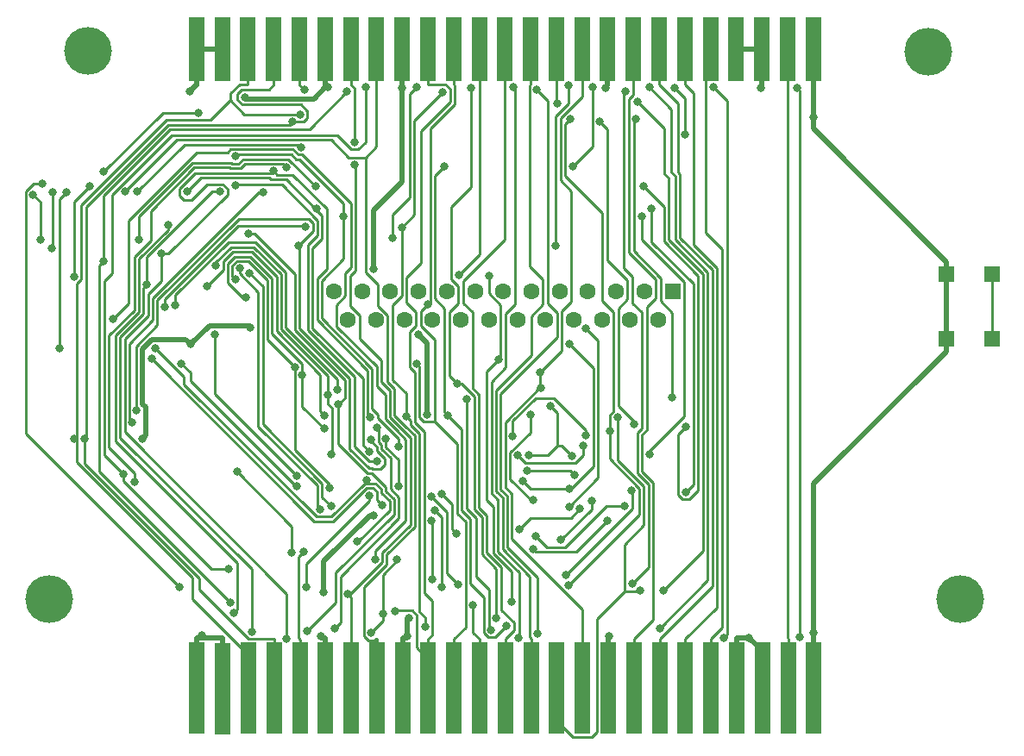
<source format=gbr>
%TF.GenerationSoftware,KiCad,Pcbnew,(6.0.2)*%
%TF.CreationDate,2022-10-23T13:50:21-05:00*%
%TF.ProjectId,REF1451,52454631-3435-4312-9e6b-696361645f70,rev?*%
%TF.SameCoordinates,Original*%
%TF.FileFunction,Copper,L2,Bot*%
%TF.FilePolarity,Positive*%
%FSLAX46Y46*%
G04 Gerber Fmt 4.6, Leading zero omitted, Abs format (unit mm)*
G04 Created by KiCad (PCBNEW (6.0.2)) date 2022-10-23 13:50:21*
%MOMM*%
%LPD*%
G01*
G04 APERTURE LIST*
%TA.AperFunction,NonConductor*%
%ADD10C,0.000001*%
%TD*%
%TA.AperFunction,ComponentPad*%
%ADD11C,4.680000*%
%TD*%
%TA.AperFunction,SMDPad,CuDef*%
%ADD12R,1.530000X6.250000*%
%TD*%
%TA.AperFunction,ComponentPad*%
%ADD13R,1.590000X1.590000*%
%TD*%
%TA.AperFunction,SMDPad,CuDef*%
%ADD14R,1.530000X9.000000*%
%TD*%
%TA.AperFunction,ComponentPad*%
%ADD15R,1.600000X1.600000*%
%TD*%
%TA.AperFunction,ComponentPad*%
%ADD16C,1.600000*%
%TD*%
%TA.AperFunction,ViaPad*%
%ADD17C,0.800000*%
%TD*%
%TA.AperFunction,Conductor*%
%ADD18C,0.250000*%
%TD*%
%TA.AperFunction,Conductor*%
%ADD19C,0.500000*%
%TD*%
G04 APERTURE END LIST*
D10*
X177741200Y-61396700D02*
G75*
G03*
X177741200Y-61396700I0J0D01*
G01*
D11*
%TO.P,Hole4,1*%
%TO.N,N/C*%
X191634000Y-116655000D03*
%TD*%
D12*
%TO.P,J3,26,Pin_1*%
%TO.N,/GND*%
X116659000Y-62620000D03*
%TO.P,J3,27,Pin_2*%
X119177000Y-62620000D03*
%TO.P,J3,28,Pin_3*%
%TO.N,/AD0*%
X121702000Y-62620000D03*
%TO.P,J3,29,Pin_4*%
%TO.N,/AD1*%
X124229000Y-62620000D03*
%TO.P,J3,30,Pin_5*%
%TO.N,/AD2*%
X126748000Y-62620000D03*
%TO.P,J3,31,Pin_6*%
%TO.N,/GND*%
X129267000Y-62620000D03*
%TO.P,J3,32,Pin_7*%
%TO.N,/AD3*%
X131790000Y-62620000D03*
%TO.P,J3,33,Pin_8*%
%TO.N,/ALE_L*%
X134309000Y-62620000D03*
%TO.P,J3,34,Pin_9*%
%TO.N,/VCC*%
X136828000Y-62620000D03*
%TO.P,J3,35,Pin_10*%
%TO.N,/ALE_H*%
X139356000Y-62620000D03*
%TO.P,J3,36,Pin_11*%
%TO.N,/AD4*%
X141881000Y-62620000D03*
%TO.P,J3,37,Pin_12*%
%TO.N,/AD5*%
X144402000Y-62620000D03*
%TO.P,J3,38,Pin_13*%
%TO.N,/12V_Rear*%
X146926000Y-62620000D03*
%TO.P,J3,39,Pin_14*%
%TO.N,/12V_2_Rear*%
X149446000Y-62620000D03*
%TO.P,J3,40,Pin_15*%
%TO.N,/AD6*%
X151966000Y-62620000D03*
%TO.P,J3,41,Pin_16*%
%TO.N,/AD7*%
X154485000Y-62620000D03*
%TO.P,J3,42,Pin_17*%
%TO.N,/VCC*%
X157003000Y-62620000D03*
%TO.P,J3,43,Pin_18*%
%TO.N,/CIC_14*%
X159527000Y-62620000D03*
%TO.P,J3,44,Pin_19*%
%TO.N,/{slash}INT1*%
X162053000Y-62620000D03*
%TO.P,J3,45,Pin_20*%
%TO.N,/{slash}NMI*%
X164571000Y-62620000D03*
%TO.P,J3,46,Pin_21*%
%TO.N,/VIDEO_SYNC*%
X167091000Y-62620000D03*
%TO.P,J3,47,Pin_22*%
%TO.N,/GND*%
X169610000Y-62620000D03*
%TO.P,J3,48,Pin_23*%
X172140000Y-62620000D03*
%TO.P,J3,49,Pin_24*%
%TO.N,/RAUDIO*%
X174666000Y-62620000D03*
%TO.P,J3,50,Pin_25*%
%TO.N,/GND*%
X177185000Y-62620000D03*
%TD*%
D11*
%TO.P,Hole2,1*%
%TO.N,N/C*%
X102177000Y-116610000D03*
%TD*%
%TO.P,Hole1,1*%
%TO.N,N/C*%
X106028000Y-62798000D03*
%TD*%
%TO.P,Hole3,1*%
%TO.N,N/C*%
X188459000Y-62837000D03*
%TD*%
D13*
%TO.P,SW1,1,1*%
%TO.N,/GND*%
X190205000Y-91084000D03*
X190245000Y-84734000D03*
%TO.P,SW1,2,2*%
%TO.N,/Button*%
X194691000Y-91087000D03*
X194730000Y-84735000D03*
%TD*%
D14*
%TO.P,J5,26,Pin_25*%
%TO.N,/GND*%
X116705000Y-125369000D03*
%TO.P,J5,27,Pin_24*%
X119223000Y-125383000D03*
%TO.P,J5,28,Pin_23*%
%TO.N,/AD0*%
X121748000Y-125371000D03*
%TO.P,J5,29,Pin_22*%
%TO.N,/AD1*%
X124275000Y-125365000D03*
%TO.P,J5,30,Pin_21*%
%TO.N,/AD2*%
X126794000Y-125379000D03*
%TO.P,J5,31,Pin_20*%
%TO.N,/GND*%
X129313000Y-125365000D03*
%TO.P,J5,32,Pin_19*%
%TO.N,/AD3*%
X131836000Y-125354000D03*
%TO.P,J5,33,Pin_18*%
%TO.N,/ALE_L*%
X134355000Y-125340000D03*
%TO.P,J5,34,Pin_17*%
%TO.N,/VCC*%
X136874000Y-125368000D03*
%TO.P,J5,35,Pin_16*%
%TO.N,/ALE_H*%
X139402000Y-125368000D03*
%TO.P,J5,36,Pin_15*%
%TO.N,/AD4*%
X141927000Y-125359000D03*
%TO.P,J5,37,Pin_14*%
%TO.N,/AD5*%
X144448000Y-125351000D03*
%TO.P,J5,38,Pin_13*%
%TO.N,/12V_Rear*%
X146972000Y-125335000D03*
%TO.P,J5,39,Pin_12*%
%TO.N,/12V_2_Rear*%
X149492000Y-125308000D03*
%TO.P,J5,40,Pin_11*%
%TO.N,/AD6*%
X152012000Y-125320000D03*
%TO.P,J5,41,Pin_10*%
%TO.N,/AD7*%
X154531000Y-125306000D03*
%TO.P,J5,42,Pin_9*%
%TO.N,/VCC*%
X157049000Y-125372000D03*
%TO.P,J5,43,Pin_8*%
%TO.N,/CIC_14*%
X159573000Y-125366000D03*
%TO.P,J5,44,Pin_7*%
%TO.N,/{slash}INT1*%
X162099000Y-125356000D03*
%TO.P,J5,45,Pin_6*%
%TO.N,/{slash}NMI*%
X164617000Y-125352000D03*
%TO.P,J5,46,Pin_5*%
%TO.N,/VIDEO_SYNC*%
X167137000Y-125337000D03*
%TO.P,J5,47,Pin_4*%
%TO.N,/GND*%
X169656000Y-125337000D03*
%TO.P,J5,48,Pin_3*%
X172186000Y-125321000D03*
%TO.P,J5,49,Pin_2*%
%TO.N,/RAUDIO*%
X174712000Y-125320000D03*
%TO.P,J5,50,Pin_1*%
%TO.N,/GND*%
X177231000Y-125379000D03*
%TD*%
D15*
%TO.P,J1,1,1*%
%TO.N,N/C*%
X163369000Y-86383700D03*
D16*
%TO.P,J1,2,2*%
X160599000Y-86383700D03*
%TO.P,J1,3,3*%
X157829000Y-86383700D03*
%TO.P,J1,4,4*%
X155059000Y-86383700D03*
%TO.P,J1,5,5*%
X152289000Y-86383700D03*
%TO.P,J1,6,6*%
X149519000Y-86383700D03*
%TO.P,J1,7,7*%
X146749000Y-86383700D03*
%TO.P,J1,8,8*%
X143979000Y-86383700D03*
%TO.P,J1,9,9*%
X141209000Y-86383700D03*
%TO.P,J1,10,10*%
X138439000Y-86383700D03*
%TO.P,J1,11,11*%
X135669000Y-86383700D03*
%TO.P,J1,12,12*%
X132899000Y-86383700D03*
%TO.P,J1,13,13*%
X130129000Y-86383700D03*
%TO.P,J1,14,P14*%
X161984000Y-89223700D03*
%TO.P,J1,15,P15*%
X159214000Y-89223700D03*
%TO.P,J1,16,P16*%
X156444000Y-89223700D03*
%TO.P,J1,17,P17*%
X153674000Y-89223700D03*
%TO.P,J1,18,P18*%
X150904000Y-89223700D03*
%TO.P,J1,19,P19*%
X148134000Y-89223700D03*
%TO.P,J1,20,P20*%
X145364000Y-89223700D03*
%TO.P,J1,21,P21*%
X142594000Y-89223700D03*
%TO.P,J1,22,P22*%
X139824000Y-89223700D03*
%TO.P,J1,23,P23*%
X137054000Y-89223700D03*
%TO.P,J1,24,P24*%
X134284000Y-89223700D03*
%TO.P,J1,25,P25*%
X131514000Y-89223700D03*
%TD*%
D17*
%TO.N,/A18*%
X156998700Y-108924100D03*
X149681200Y-111721100D03*
%TO.N,/A16*%
X154285800Y-107745700D03*
X112240800Y-92993500D03*
X134868700Y-107390500D03*
X148339000Y-109717100D03*
%TO.N,/A15*%
X155435400Y-106975600D03*
X139712700Y-108921100D03*
X152413400Y-110799500D03*
X139762400Y-114707400D03*
%TO.N,/A12*%
X134155100Y-112717500D03*
X108473400Y-89078000D03*
X158691800Y-107460100D03*
X149924800Y-110410000D03*
%TO.N,/A7*%
X148634400Y-105017200D03*
X153224600Y-105820800D03*
X153275300Y-91584200D03*
%TO.N,/A6*%
X140727100Y-115432500D03*
X159307700Y-105957300D03*
X152940600Y-114240700D03*
X140042700Y-107902400D03*
%TO.N,/A5*%
X164671500Y-106075700D03*
X128417000Y-78287700D03*
X133622700Y-102117200D03*
X115733600Y-76604900D03*
X161328800Y-78257800D03*
%TO.N,/A4*%
X149075100Y-104022800D03*
X134368600Y-103096200D03*
X120475600Y-75936400D03*
X153736200Y-104410800D03*
%TO.N,/A3*%
X153507000Y-102527800D03*
X151408600Y-97643100D03*
X149288000Y-102515300D03*
%TO.N,/A2*%
X136443400Y-101610100D03*
X160332900Y-79027300D03*
X120465100Y-73135800D03*
X131072800Y-79027300D03*
X116822700Y-68831800D03*
X107546800Y-74652900D03*
X161141800Y-102357500D03*
%TO.N,/A1*%
X135236000Y-100887600D03*
X101476700Y-75809900D03*
X133622700Y-106419400D03*
X148182100Y-102504200D03*
X136462000Y-105554700D03*
X154608500Y-101564700D03*
X114966900Y-115430100D03*
X127410800Y-115430100D03*
%TO.N,/A0*%
X100624500Y-76897900D03*
X101323400Y-81312200D03*
X111012800Y-81312200D03*
X147693000Y-100600100D03*
X128337800Y-76058000D03*
X164663800Y-99692300D03*
X154822100Y-100537700D03*
X160485400Y-76058000D03*
%TO.N,/AD0*%
X126793100Y-69014100D03*
X159633300Y-99409700D03*
X156240200Y-69697300D03*
X104644000Y-100849700D03*
%TO.N,/AD1*%
X105687800Y-100867500D03*
X126079200Y-69745900D03*
X163346100Y-96813900D03*
X159807000Y-69494700D03*
%TO.N,/AD2*%
X153189600Y-115250500D03*
X127251500Y-66618500D03*
X127205100Y-111919300D03*
X153314000Y-69466100D03*
X157211100Y-100103200D03*
%TO.N,/GND*%
X117205200Y-120191300D03*
X121901000Y-89910000D03*
X116063600Y-91588800D03*
X128869500Y-120215400D03*
X139313100Y-98464700D03*
X138443400Y-90609300D03*
X129526100Y-66355100D03*
X111343100Y-100847000D03*
X170876000Y-120386900D03*
X121410400Y-67303400D03*
X177185000Y-69263200D03*
X115970800Y-66786800D03*
X172039600Y-66389700D03*
X177231000Y-119946700D03*
%TO.N,/AD3*%
X132158900Y-71702500D03*
X131517600Y-116128700D03*
X132199300Y-73981000D03*
%TO.N,/AD4*%
X139353700Y-87701100D03*
X138281300Y-93517900D03*
%TO.N,/AD5*%
X145347200Y-84853300D03*
X146268800Y-93095000D03*
X126020000Y-112056700D03*
X120610000Y-104079300D03*
X143804100Y-117183000D03*
X147564700Y-116861000D03*
X142437400Y-84751800D03*
%TO.N,/AD6*%
X159964400Y-67794400D03*
X158010200Y-98768100D03*
X160175900Y-115749400D03*
X162454300Y-115749400D03*
X152057800Y-67894400D03*
%TO.N,/AD7*%
X150434200Y-95847300D03*
X150384900Y-94363300D03*
%TO.N,/Chip_Enable*%
X121527300Y-86972600D03*
X129212100Y-99881400D03*
X127029200Y-94605200D03*
%TO.N,/A10*%
X115174800Y-93501800D03*
X126506700Y-105533400D03*
%TO.N,/Output_Enable*%
X102518800Y-76614300D03*
X129886800Y-102420000D03*
X129502100Y-96577300D03*
X118557600Y-83822900D03*
X102487800Y-82179700D03*
%TO.N,/A11*%
X118461900Y-90589500D03*
X126480400Y-104484300D03*
X140737700Y-106284300D03*
X142179000Y-110171800D03*
%TO.N,/A9*%
X103903700Y-76617400D03*
X103225800Y-91981200D03*
X112616300Y-91981200D03*
X133381000Y-104951800D03*
X132389900Y-110930100D03*
%TO.N,/A8*%
X120475000Y-85242200D03*
X149414400Y-98461400D03*
X106148300Y-76069700D03*
X149706100Y-106919100D03*
X129721000Y-105697700D03*
X126297900Y-93865600D03*
X104618000Y-84915700D03*
%TO.N,/A13*%
X154887000Y-90010000D03*
X121871900Y-84588100D03*
X129856600Y-107495400D03*
X153208900Y-107540000D03*
%TO.N,/A14*%
X120908100Y-84137500D03*
X128769700Y-107800800D03*
%TO.N,/A17*%
X142300400Y-115157500D03*
X139737500Y-106568700D03*
%TO.N,/{slash}write*%
X133793400Y-119934200D03*
X109463100Y-104342100D03*
X136333800Y-112754500D03*
X119798500Y-113694100D03*
X134965200Y-118064700D03*
X133240800Y-66326700D03*
%TO.N,/VCC*%
X134001400Y-84202300D03*
X129121300Y-115938200D03*
X136839400Y-66371800D03*
X137504900Y-118484900D03*
X134060300Y-108382200D03*
X137350000Y-120266600D03*
X157107100Y-120215000D03*
X156771100Y-66427100D03*
%TO.N,/AD8*%
X123192400Y-76640700D03*
X155511100Y-66366300D03*
X147078400Y-119244300D03*
X140955600Y-74107100D03*
X141329400Y-98610000D03*
X153584500Y-74107100D03*
X110332500Y-99238000D03*
%TO.N,/AD9*%
X126681500Y-81884000D03*
X145576400Y-119649300D03*
X133785700Y-100965400D03*
X153188700Y-66194100D03*
X151882400Y-81884000D03*
X110782600Y-98093900D03*
X143131600Y-96983000D03*
%TO.N,/AD10*%
X146091500Y-118445600D03*
X142204900Y-95439200D03*
X143607000Y-66371800D03*
X114588400Y-87757300D03*
X130458400Y-96006000D03*
%TO.N,/AD11*%
X139072600Y-119289900D03*
X137217800Y-98658600D03*
X127356500Y-80025400D03*
X136794100Y-80087300D03*
X140821000Y-66824900D03*
X113572000Y-87931300D03*
%TO.N,/AD12*%
X131437000Y-66760100D03*
X130195500Y-119465800D03*
X119933200Y-116941900D03*
X107487900Y-83405500D03*
X134335400Y-99737100D03*
%TO.N,/AD13*%
X133709100Y-98756100D03*
X113163100Y-82690800D03*
X125516000Y-120484600D03*
X124204100Y-74579200D03*
%TO.N,/AD14*%
X127543500Y-119775400D03*
X121787900Y-80684500D03*
X130588500Y-97481500D03*
%TO.N,/AD15*%
X111798900Y-85735400D03*
X118932500Y-76608500D03*
X129220800Y-98609000D03*
X117725600Y-85855700D03*
X122070700Y-119791600D03*
%TO.N,/ALE_L*%
X109670300Y-76599100D03*
%TO.N,/ALE_H*%
X136133000Y-117805700D03*
%TO.N,/{slash}read_top*%
X138287600Y-66318900D03*
X135856100Y-81123100D03*
%TO.N,/12V_Front*%
X147765800Y-66348900D03*
X148217700Y-120447200D03*
%TO.N,/12V_2_Front*%
X150106700Y-119962600D03*
X150047600Y-66607800D03*
%TO.N,/CIC_15*%
X159450700Y-115050700D03*
X158776700Y-66769100D03*
%TO.N,/CIC_11*%
X162099000Y-119477200D03*
X161080900Y-66360900D03*
%TO.N,/{slash}COLD_RESET*%
X164619800Y-70986000D03*
X125470900Y-74216600D03*
X163615500Y-66378700D03*
X110582300Y-105112800D03*
%TO.N,/EEPROM_DAT*%
X167379300Y-66348300D03*
X168396500Y-120445200D03*
%TO.N,/LAUDIO*%
X175614800Y-66367000D03*
X175886000Y-120369700D03*
%TO.N,/{slash}read_bottom*%
X113847200Y-79840800D03*
X120327200Y-117988700D03*
%TO.N,/Button*%
X126921100Y-72235600D03*
X110865600Y-76542200D03*
%TD*%
D18*
%TO.N,/A18*%
X153941000Y-111981800D02*
X156998700Y-108924100D01*
X149681200Y-111721100D02*
X149941900Y-111981800D01*
X149941900Y-111981800D02*
X153941000Y-111981800D01*
%TO.N,/A16*%
X149436000Y-108620100D02*
X153411400Y-108620100D01*
X134868700Y-107390500D02*
X134347900Y-106869700D01*
X133972700Y-105687000D02*
X133329700Y-105687000D01*
X153411400Y-108620100D02*
X154285800Y-107745700D01*
X148339000Y-109717100D02*
X149436000Y-108620100D01*
X134347900Y-106062200D02*
X133972700Y-105687000D01*
X130040700Y-108976000D02*
X128223300Y-108976000D01*
X133329700Y-105687000D02*
X130040700Y-108976000D01*
X128223300Y-108976000D02*
X112240800Y-92993500D01*
X134347900Y-106869700D02*
X134347900Y-106062200D01*
%TO.N,/A15*%
X139762400Y-108970800D02*
X139712700Y-108921100D01*
X155435400Y-107777500D02*
X155435400Y-106975600D01*
X139762400Y-114707400D02*
X139762400Y-108970800D01*
X152413400Y-110799500D02*
X155435400Y-107777500D01*
%TO.N,/A12*%
X116652300Y-72728800D02*
X119688700Y-72728800D01*
X134155100Y-111917400D02*
X134155100Y-112717500D01*
X126620800Y-72960700D02*
X126990200Y-72960700D01*
X156872600Y-107460100D02*
X152801000Y-111531700D01*
X137187100Y-100942900D02*
X137187100Y-108885400D01*
X136286900Y-100026300D02*
X136286900Y-100042700D01*
X119688700Y-72728800D02*
X120006900Y-72410600D01*
X135184400Y-98923800D02*
X136286900Y-100026300D01*
X126990200Y-72960700D02*
X131817500Y-77788000D01*
X108473400Y-89078000D02*
X109943800Y-87607600D01*
X130383100Y-89835400D02*
X134334200Y-93786500D01*
X131817500Y-84036000D02*
X131254100Y-84599400D01*
X130383100Y-87720700D02*
X130383100Y-89835400D01*
X120006900Y-72410600D02*
X126070700Y-72410600D01*
X131254100Y-84599400D02*
X131254100Y-86849700D01*
X134334200Y-93786500D02*
X134334200Y-95673200D01*
X109943800Y-79437300D02*
X116652300Y-72728800D01*
X135184400Y-96523400D02*
X135184400Y-98923800D01*
X109943800Y-87607600D02*
X109943800Y-79437300D01*
X134334200Y-95673200D02*
X135184400Y-96523400D01*
X131817500Y-77788000D02*
X131817500Y-84036000D01*
X131254100Y-86849700D02*
X130383100Y-87720700D01*
X137187100Y-108885400D02*
X134155100Y-111917400D01*
X158691800Y-107460100D02*
X156872600Y-107460100D01*
X126070700Y-72410600D02*
X126620800Y-72960700D01*
X136286900Y-100042700D02*
X137187100Y-100942900D01*
X151046500Y-111531700D02*
X149924800Y-110410000D01*
X152801000Y-111531700D02*
X151046500Y-111531700D01*
%TO.N,/A7*%
X149437900Y-105820700D02*
X153224600Y-105820700D01*
X153224600Y-105820700D02*
X153224600Y-105820800D01*
X155585600Y-93894500D02*
X153275300Y-91584200D01*
X153224600Y-105820700D02*
X153376400Y-105820700D01*
X153376400Y-105820700D02*
X155585600Y-103611500D01*
X148634400Y-105017200D02*
X149437900Y-105820700D01*
X155585600Y-103611500D02*
X155585600Y-93894500D01*
%TO.N,/A6*%
X140727100Y-108586800D02*
X140727100Y-115432500D01*
X140042700Y-107902400D02*
X140727100Y-108586800D01*
X159425500Y-106075100D02*
X159307700Y-105957300D01*
X152940600Y-114240700D02*
X159425500Y-107755800D01*
X159425500Y-107755800D02*
X159425500Y-106075100D01*
%TO.N,/A5*%
X165430400Y-85659000D02*
X161328800Y-81557400D01*
X123810700Y-75211200D02*
X123991300Y-75391800D01*
X117127300Y-75211200D02*
X123810700Y-75211200D01*
X123991300Y-75391800D02*
X125441100Y-75391800D01*
X161328800Y-81557400D02*
X161328800Y-78257800D01*
X115733600Y-76604900D02*
X117127300Y-75211200D01*
X164671500Y-106075700D02*
X165430400Y-105316800D01*
X132983900Y-101478400D02*
X132983900Y-94982700D01*
X128037800Y-82195900D02*
X128981800Y-81251900D01*
X132983900Y-94982700D02*
X128037800Y-90036600D01*
X128377000Y-78327700D02*
X128417000Y-78287700D01*
X133622700Y-102117200D02*
X132983900Y-101478400D01*
X128037800Y-90036600D02*
X128037800Y-82195900D01*
X165430400Y-105316800D02*
X165430400Y-85659000D01*
X128981800Y-81251900D02*
X128981800Y-78932500D01*
X125441100Y-75391800D02*
X128377000Y-78327700D01*
X128981800Y-78932500D02*
X128377000Y-78327700D01*
%TO.N,/A4*%
X120505200Y-75906800D02*
X120475600Y-75936400D01*
X153348200Y-104022800D02*
X153736200Y-104410800D01*
X133576300Y-103096200D02*
X132140000Y-101659900D01*
X127587700Y-81823000D02*
X128531700Y-80879000D01*
X149075100Y-104022800D02*
X153348200Y-104022800D01*
X132140000Y-101659900D02*
X132140000Y-94775300D01*
X128531700Y-80879000D02*
X128531700Y-79428000D01*
X127587700Y-90223000D02*
X127587700Y-81823000D01*
X125010500Y-75906800D02*
X120505200Y-75906800D01*
X132140000Y-94775300D02*
X127587700Y-90223000D01*
X128531700Y-79428000D02*
X125010500Y-75906800D01*
X134368600Y-103096200D02*
X133576300Y-103096200D01*
%TO.N,/A3*%
X151408600Y-97643100D02*
X152071800Y-98306300D01*
X152071800Y-101544700D02*
X152523900Y-101544700D01*
X151101200Y-102515300D02*
X149288000Y-102515300D01*
X152071800Y-98306300D02*
X152071800Y-101544700D01*
X152523900Y-101544700D02*
X153507000Y-102527800D01*
X152071800Y-101544700D02*
X151101200Y-102515300D01*
%TO.N,/A2*%
X107546800Y-74652900D02*
X113367900Y-68831800D01*
X133884100Y-97905700D02*
X133884100Y-93973000D01*
X135836800Y-100229200D02*
X135836800Y-100212900D01*
X126434300Y-73410800D02*
X125950400Y-72926900D01*
X135836800Y-100212900D02*
X134434200Y-98810300D01*
X134434200Y-98810300D02*
X134434200Y-98455800D01*
X136443400Y-101610100D02*
X136443400Y-100835800D01*
X160332900Y-81269800D02*
X164500500Y-85437400D01*
X136443400Y-100835800D02*
X135836800Y-100229200D01*
X164500500Y-85437400D02*
X164500500Y-98698200D01*
X131072800Y-79027300D02*
X131072800Y-77741000D01*
X131072800Y-83212300D02*
X131072800Y-79027300D01*
X125950400Y-72926900D02*
X120674000Y-72926900D01*
X128947400Y-89036300D02*
X128947400Y-85337700D01*
X113367900Y-68831800D02*
X116822700Y-68831800D01*
X134434200Y-98455800D02*
X133884100Y-97905700D01*
X164500500Y-98698200D02*
X161141800Y-102056900D01*
X161141800Y-102056900D02*
X161141800Y-102357500D01*
X160332900Y-79027300D02*
X160332900Y-81269800D01*
X128947400Y-85337700D02*
X131072800Y-83212300D01*
X133884100Y-93973000D02*
X128947400Y-89036300D01*
X120674000Y-72926900D02*
X120465100Y-73135800D01*
X131072800Y-77741000D02*
X126742600Y-73410800D01*
X126742600Y-73410800D02*
X126434300Y-73410800D01*
%TO.N,/A1*%
X99885600Y-76573100D02*
X99885600Y-100348800D01*
X100648800Y-75809900D02*
X99885600Y-76573100D01*
X135248100Y-100899700D02*
X135236000Y-100887600D01*
X154608500Y-102491900D02*
X153824600Y-103275800D01*
X127410800Y-113147000D02*
X127410800Y-115430100D01*
X101476700Y-75809900D02*
X100648800Y-75809900D01*
X135248100Y-101677000D02*
X135248100Y-100899700D01*
X148953700Y-103275800D02*
X148182100Y-102504200D01*
X99885600Y-100348800D02*
X114966900Y-115430100D01*
X136462000Y-102890900D02*
X135248100Y-101677000D01*
X133622700Y-106419400D02*
X133622700Y-106935100D01*
X133622700Y-106935100D02*
X127410800Y-113147000D01*
X153824600Y-103275800D02*
X148953700Y-103275800D01*
X136462000Y-105554700D02*
X136462000Y-102890900D01*
X154608500Y-101564700D02*
X154608500Y-102491900D01*
%TO.N,/A0*%
X162535400Y-78108000D02*
X160485400Y-76058000D01*
X116233600Y-73784100D02*
X120088000Y-73784100D01*
X120164800Y-73860900D02*
X120765400Y-73860900D01*
X111012800Y-81312200D02*
X111012800Y-79004900D01*
X163914100Y-100442000D02*
X163914100Y-106365300D01*
X163914100Y-106365300D02*
X164353000Y-106804200D01*
X100624500Y-76897900D02*
X101323400Y-77596800D01*
X147693100Y-99126500D02*
X147693100Y-100600100D01*
X162535400Y-81490700D02*
X162535400Y-78108000D01*
X121222400Y-73403900D02*
X125683700Y-73403900D01*
X164663800Y-99692300D02*
X163914100Y-100442000D01*
X151681100Y-96874500D02*
X149945100Y-96874500D01*
X154822100Y-100537700D02*
X154822100Y-100015500D01*
X101323400Y-77596800D02*
X101323400Y-81312200D01*
X120765400Y-73860900D02*
X121222400Y-73403900D01*
X111012800Y-79004900D02*
X116233600Y-73784100D01*
X154822100Y-100015500D02*
X151681100Y-96874500D01*
X164992600Y-106804200D02*
X165882400Y-105914400D01*
X165882400Y-84837700D02*
X162535400Y-81490700D01*
X149945100Y-96874500D02*
X147693100Y-99126500D01*
X164353000Y-106804200D02*
X164992600Y-106804200D01*
X147693100Y-100600100D02*
X147693000Y-100600100D01*
X120088000Y-73784100D02*
X120164800Y-73860900D01*
X125683700Y-73403900D02*
X128337800Y-76058000D01*
X165882400Y-105914400D02*
X165882400Y-84837700D01*
%TO.N,/AD0*%
X113668200Y-69578000D02*
X118048800Y-69578000D01*
X159633300Y-99166000D02*
X158088800Y-97621500D01*
X158088800Y-97621500D02*
X158088800Y-88053300D01*
X118048800Y-69578000D02*
X119990200Y-67636600D01*
X157011000Y-70468100D02*
X156240200Y-69697300D01*
X121748000Y-122124400D02*
X116258200Y-116634600D01*
X105343100Y-85216100D02*
X105343100Y-77903100D01*
X104909600Y-100849700D02*
X104644000Y-100849700D01*
X158088800Y-88053300D02*
X158955000Y-87187100D01*
X104909600Y-85649600D02*
X105343100Y-85216100D01*
X120871300Y-66070100D02*
X119990200Y-66951200D01*
X158955000Y-85271600D02*
X157011000Y-83327600D01*
X104909600Y-100849700D02*
X104909600Y-85649600D01*
X119990200Y-66951200D02*
X119990200Y-67636600D01*
X158955000Y-87187100D02*
X158955000Y-85271600D01*
X121702000Y-62620000D02*
X121702000Y-66070100D01*
X121367700Y-69014100D02*
X126793100Y-69014100D01*
X105343100Y-77903100D02*
X113668200Y-69578000D01*
X119990200Y-67636600D02*
X121367700Y-69014100D01*
X104909600Y-103175800D02*
X104909600Y-100849700D01*
X116258200Y-114524400D02*
X104909600Y-103175800D01*
X157011000Y-83327600D02*
X157011000Y-70468100D01*
X159633300Y-99409700D02*
X159633300Y-99166000D01*
X121748000Y-125371000D02*
X121748000Y-122124400D01*
X116258200Y-116634600D02*
X116258200Y-114524400D01*
X121702000Y-66070100D02*
X120871300Y-66070100D01*
%TO.N,/AD1*%
X162214000Y-87341300D02*
X163346100Y-88473400D01*
X126891500Y-68043800D02*
X127539800Y-68692100D01*
X124275000Y-125365000D02*
X124275000Y-120539900D01*
X120639500Y-67004100D02*
X120639500Y-67564500D01*
X116933300Y-114562900D02*
X105687800Y-103317400D01*
X163346100Y-88473400D02*
X163346100Y-96813900D01*
X125797000Y-70028100D02*
X113854700Y-70028100D01*
X127164000Y-69745900D02*
X126079200Y-69745900D01*
X123740900Y-66558200D02*
X121085400Y-66558200D01*
X105793200Y-100762100D02*
X105687800Y-100867500D01*
X127539800Y-68692100D02*
X127539800Y-69370100D01*
X116933300Y-115706200D02*
X116933300Y-114562900D01*
X159807000Y-69494700D02*
X159576800Y-69724900D01*
X127539800Y-69370100D02*
X127164000Y-69745900D01*
X121767000Y-120539900D02*
X116933300Y-115706200D01*
X105687800Y-103317400D02*
X105687800Y-100867500D01*
X162214000Y-85083700D02*
X162214000Y-87341300D01*
X159576800Y-69724900D02*
X159576800Y-82446500D01*
X124229000Y-66070100D02*
X123740900Y-66558200D01*
X124229000Y-62620000D02*
X124229000Y-66070100D01*
X120639500Y-67564500D02*
X121118800Y-68043800D01*
X124275000Y-120539900D02*
X121767000Y-120539900D01*
X105793200Y-78089600D02*
X105793200Y-100762100D01*
X121085400Y-66558200D02*
X120639500Y-67004100D01*
X159576800Y-82446500D02*
X162214000Y-85083700D01*
X126079200Y-69745900D02*
X125797000Y-70028100D01*
X113854700Y-70028100D02*
X105793200Y-78089600D01*
X121118800Y-68043800D02*
X126891500Y-68043800D01*
%TO.N,/AD2*%
X126794000Y-125379000D02*
X126794000Y-120553900D01*
X126748000Y-62620000D02*
X126748000Y-66115000D01*
X157211100Y-102835300D02*
X157211100Y-100103200D01*
X126685700Y-120445600D02*
X126685700Y-112438700D01*
X157574500Y-88424800D02*
X157574500Y-98178400D01*
X156444000Y-87294300D02*
X157574500Y-88424800D01*
X126748000Y-66115000D02*
X127251500Y-66618500D01*
X153314000Y-69466100D02*
X152841500Y-69938600D01*
X126794000Y-120553900D02*
X126685700Y-120445600D01*
X126685700Y-112438700D02*
X127205100Y-111919300D01*
X157211100Y-98541800D02*
X157211100Y-100103200D01*
X156444000Y-78658100D02*
X156444000Y-87294300D01*
X157574500Y-98178400D02*
X157211100Y-98541800D01*
X152841500Y-75055600D02*
X156444000Y-78658100D01*
X160116500Y-108323600D02*
X160116500Y-105740700D01*
X152841500Y-69938600D02*
X152841500Y-75055600D01*
X160116500Y-105740700D02*
X157211100Y-102835300D01*
X153189600Y-115250500D02*
X160116500Y-108323600D01*
D19*
%TO.N,/GND*%
X177231000Y-105303100D02*
X190205000Y-92329100D01*
X116659000Y-62620000D02*
X116659000Y-66195100D01*
X169656000Y-120386900D02*
X170876000Y-120386900D01*
X172186000Y-121696900D02*
X170876000Y-120386900D01*
X128153400Y-67468700D02*
X121575700Y-67468700D01*
X190245000Y-84734000D02*
X190245000Y-85979100D01*
X129267000Y-62620000D02*
X129267000Y-65614200D01*
X119177000Y-62620000D02*
X116659000Y-62620000D01*
X115970800Y-66786800D02*
X116562500Y-66195100D01*
X121901000Y-89910000D02*
X121730400Y-89739400D01*
X112266600Y-91123900D02*
X115598700Y-91123900D01*
X116562500Y-66195100D02*
X116659000Y-66195100D01*
X172140000Y-62620000D02*
X172140000Y-66195100D01*
X190245000Y-84734000D02*
X190245000Y-83488900D01*
X129069000Y-120414900D02*
X129313000Y-120414900D01*
X177231000Y-119946700D02*
X177231000Y-105303100D01*
X139313100Y-98464700D02*
X139313100Y-91479000D01*
X177185000Y-62620000D02*
X177185000Y-66020000D01*
X177231000Y-125379000D02*
X177231000Y-119946700D01*
X129313000Y-125365000D02*
X129313000Y-120414900D01*
X115598700Y-91123900D02*
X116063600Y-91588800D01*
X117913000Y-89739400D02*
X116063600Y-91588800D01*
X190245000Y-83488900D02*
X177185000Y-70428900D01*
X121730400Y-89739400D02*
X117913000Y-89739400D01*
X190205000Y-91084000D02*
X190205000Y-86019100D01*
X128869500Y-120215400D02*
X129069000Y-120414900D01*
X172186000Y-125321000D02*
X172186000Y-122845900D01*
X169656000Y-125337000D02*
X169656000Y-120386900D01*
X190205000Y-91706500D02*
X190205000Y-92329100D01*
X111343100Y-97452100D02*
X111343100Y-92047400D01*
X177185000Y-70428900D02*
X177185000Y-69263200D01*
X172186000Y-122845900D02*
X172186000Y-121696900D01*
X172039600Y-66389700D02*
X172039600Y-66295500D01*
X129267000Y-66355100D02*
X129267000Y-65614200D01*
X111343100Y-92047400D02*
X112266600Y-91123900D01*
X116705000Y-125369000D02*
X116705000Y-120418900D01*
X190205000Y-91706500D02*
X190205000Y-91084000D01*
X177185000Y-69263200D02*
X177185000Y-66020000D01*
X111343100Y-100847000D02*
X111632700Y-100557400D01*
X121575700Y-67468700D02*
X121410400Y-67303400D01*
X190205000Y-86019100D02*
X190245000Y-85979100D01*
X172140000Y-62620000D02*
X169610000Y-62620000D01*
X139313100Y-91479000D02*
X138443400Y-90609300D01*
X117205200Y-120418900D02*
X117205200Y-120191300D01*
X129267000Y-66355100D02*
X128153400Y-67468700D01*
X119209000Y-120418900D02*
X117205200Y-120418900D01*
X111632700Y-97741700D02*
X111343100Y-97452100D01*
X119223000Y-120432900D02*
X119209000Y-120418900D01*
X111632700Y-100557400D02*
X111632700Y-97741700D01*
X129267000Y-66355100D02*
X129526100Y-66355100D01*
X172039600Y-66295500D02*
X172140000Y-66195100D01*
X117205200Y-120418900D02*
X116705000Y-120418900D01*
X119223000Y-125383000D02*
X119223000Y-120432900D01*
D18*
%TO.N,/AD3*%
X131704200Y-84880300D02*
X132267600Y-84316900D01*
X132267600Y-84316900D02*
X132267600Y-74049300D01*
X134784300Y-95261800D02*
X134784300Y-93153100D01*
X134784300Y-93153100D02*
X132639100Y-91007900D01*
X137637200Y-109297100D02*
X137637200Y-100756400D01*
X131836000Y-120528900D02*
X131836000Y-116447100D01*
X131790000Y-62620000D02*
X131790000Y-66070100D01*
X132172500Y-71688900D02*
X132158900Y-71702500D01*
X135634500Y-98737300D02*
X135634500Y-96112000D01*
X131836000Y-125354000D02*
X131836000Y-120528900D01*
X132639100Y-88757700D02*
X131704200Y-87822800D01*
X132172500Y-66452600D02*
X132172500Y-71688900D01*
X132639100Y-91007900D02*
X132639100Y-88757700D01*
X137637200Y-100756400D02*
X136737000Y-99856200D01*
X131836000Y-116447100D02*
X131517600Y-116128700D01*
X136737000Y-99839800D02*
X135634500Y-98737300D01*
X132267600Y-74049300D02*
X132199300Y-73981000D01*
X136737000Y-99856200D02*
X136737000Y-99839800D01*
X131790000Y-66070100D02*
X132172500Y-66452600D01*
X135634500Y-96112000D02*
X134784300Y-95261800D01*
X131704200Y-87822800D02*
X131704200Y-84880300D01*
X131517600Y-116128700D02*
X131769400Y-116128700D01*
X134880200Y-112054100D02*
X137637200Y-109297100D01*
X131769400Y-116128700D02*
X134880200Y-113017900D01*
X134880200Y-113017900D02*
X134880200Y-112054100D01*
%TO.N,/AD4*%
X139353700Y-87701100D02*
X139577100Y-87477700D01*
X141927000Y-120533900D02*
X143043700Y-119417200D01*
X143043700Y-119417200D02*
X143043700Y-109018600D01*
X142231200Y-101361600D02*
X140064100Y-99194500D01*
X138692200Y-89744000D02*
X138692200Y-88362600D01*
X138692200Y-88362600D02*
X139353700Y-87701100D01*
X142231200Y-108206100D02*
X142231200Y-101361600D01*
X141881000Y-62620000D02*
X141881000Y-66070100D01*
X139577100Y-70404900D02*
X141996200Y-67985800D01*
X143043700Y-109018600D02*
X142231200Y-108206100D01*
X140064100Y-99194500D02*
X140064100Y-91115900D01*
X140064100Y-91115900D02*
X138692200Y-89744000D01*
X141996200Y-67985800D02*
X141996200Y-66185300D01*
X141996200Y-66185300D02*
X141881000Y-66070100D01*
X138537400Y-98772500D02*
X138959400Y-99194500D01*
X139577100Y-87477700D02*
X139577100Y-70404900D01*
X138281300Y-93517900D02*
X138537400Y-93774000D01*
X141927000Y-125359000D02*
X141927000Y-120533900D01*
X138959400Y-99194500D02*
X140064100Y-99194500D01*
X138537400Y-93774000D02*
X138537400Y-98772500D01*
%TO.N,/AD5*%
X144448000Y-125351000D02*
X144448000Y-120525900D01*
X144402000Y-82787200D02*
X144402000Y-62620000D01*
X143804100Y-119882000D02*
X144448000Y-120525900D01*
X142437400Y-84751800D02*
X144402000Y-82787200D01*
X126020000Y-109489300D02*
X120610000Y-104079300D01*
X146268800Y-93095000D02*
X145138700Y-94225100D01*
X145347200Y-86592000D02*
X146491800Y-87736600D01*
X145796200Y-107531900D02*
X145796200Y-112107300D01*
X143804100Y-117183000D02*
X143804100Y-119882000D01*
X145347200Y-84853300D02*
X145347200Y-86592000D01*
X145138700Y-94225100D02*
X145138700Y-106874400D01*
X145796200Y-112107300D02*
X147564700Y-113875800D01*
X146491800Y-92872000D02*
X146268800Y-93095000D01*
X147564700Y-113875800D02*
X147564700Y-116861000D01*
X145138700Y-106874400D02*
X145796200Y-107531900D01*
X146491800Y-87736600D02*
X146491800Y-92872000D01*
X126020000Y-112056700D02*
X126020000Y-109489300D01*
%TO.N,/AD6*%
X162985500Y-75278700D02*
X162535400Y-74828600D01*
X166365600Y-84684300D02*
X162985500Y-81304200D01*
X162535400Y-70365400D02*
X159964400Y-67794400D01*
X166365600Y-111838100D02*
X166365600Y-84684300D01*
X158681200Y-115828900D02*
X155949300Y-118560800D01*
X158681200Y-111249700D02*
X160566600Y-109364300D01*
X162454300Y-115749400D02*
X166365600Y-111838100D01*
X160566600Y-109364300D02*
X160566600Y-105554200D01*
X158681200Y-115828900D02*
X158681200Y-111249700D01*
X162985500Y-81304200D02*
X162985500Y-75278700D01*
X160566600Y-105554200D02*
X158010200Y-102997800D01*
X153566400Y-130131200D02*
X152012000Y-128576800D01*
X155949300Y-129631800D02*
X155449900Y-130131200D01*
X151966000Y-67802600D02*
X152057800Y-67894400D01*
X155449900Y-130131200D02*
X153566400Y-130131200D01*
X160096400Y-115828900D02*
X158681200Y-115828900D01*
X160175900Y-115749400D02*
X160096400Y-115828900D01*
X158010200Y-102997800D02*
X158010200Y-98768100D01*
X155949300Y-118560800D02*
X155949300Y-129631800D01*
X162535400Y-74828600D02*
X162535400Y-70365400D01*
X151966000Y-62620000D02*
X151966000Y-67802600D01*
X152012000Y-128576800D02*
X152012000Y-125320000D01*
%TO.N,/AD7*%
X147596600Y-110683600D02*
X154531000Y-117618000D01*
X154485000Y-67269700D02*
X152391400Y-69363300D01*
X153452700Y-76528200D02*
X153452700Y-87391000D01*
X147596600Y-106293900D02*
X147596600Y-110683600D01*
X152391400Y-75466900D02*
X153452700Y-76528200D01*
X150384900Y-94363300D02*
X150384900Y-95798000D01*
X152523200Y-92225000D02*
X150384900Y-94363300D01*
X152523200Y-88320500D02*
X152523200Y-92225000D01*
X146939100Y-99243800D02*
X146939100Y-105636400D01*
X150384900Y-95798000D02*
X146939100Y-99243800D01*
X154531000Y-117618000D02*
X154531000Y-125306000D01*
X154485000Y-62620000D02*
X154485000Y-67269700D01*
X146939100Y-105636400D02*
X147596600Y-106293900D01*
X152391400Y-69363300D02*
X152391400Y-75466900D01*
X153452700Y-87391000D02*
X152523200Y-88320500D01*
X150384900Y-95798000D02*
X150434200Y-95847300D01*
%TO.N,/Chip_Enable*%
X120421400Y-82962200D02*
X121908300Y-82962200D01*
X121527300Y-86972600D02*
X121180000Y-86972600D01*
X121180000Y-86972600D02*
X119732900Y-85525500D01*
X124052800Y-85106700D02*
X124052800Y-90507700D01*
X124052800Y-90507700D02*
X127029200Y-93484100D01*
X127029200Y-97698500D02*
X129212100Y-99881400D01*
X127029200Y-93484100D02*
X127029200Y-94605200D01*
X119732900Y-83650700D02*
X120421400Y-82962200D01*
X121908300Y-82962200D02*
X124052800Y-85106700D01*
X127029200Y-94605200D02*
X127029200Y-97698500D01*
X119732900Y-85525500D02*
X119732900Y-83650700D01*
%TO.N,/A10*%
X116047500Y-95163700D02*
X116047500Y-94374500D01*
X126417200Y-105533400D02*
X116047500Y-95163700D01*
X126506700Y-105533400D02*
X126417200Y-105533400D01*
X116047500Y-94374500D02*
X115174800Y-93501800D01*
%TO.N,/Output_Enable*%
X130004800Y-102302000D02*
X129886800Y-102420000D01*
X102518800Y-76614300D02*
X102518800Y-82148700D01*
X120048400Y-82062000D02*
X122281300Y-82062000D01*
X102518800Y-82148700D02*
X102487800Y-82179700D01*
X130004800Y-97923300D02*
X130004800Y-102302000D01*
X118557600Y-83822900D02*
X118557600Y-83552800D01*
X124953000Y-84733700D02*
X124953000Y-90134700D01*
X124953000Y-90134700D02*
X129502100Y-94683800D01*
X122281300Y-82062000D02*
X124953000Y-84733700D01*
X129502100Y-94683800D02*
X129502100Y-96577300D01*
X129502100Y-96577300D02*
X129502100Y-97420600D01*
X129502100Y-97420600D02*
X130004800Y-97923300D01*
X118557600Y-83552800D02*
X120048400Y-82062000D01*
%TO.N,/A11*%
X118461900Y-90589500D02*
X118461900Y-96465800D01*
X118461900Y-96465800D02*
X126480400Y-104484300D01*
X141728900Y-107275500D02*
X141728900Y-109721700D01*
X141728900Y-109721700D02*
X142179000Y-110171800D01*
X140737700Y-106284300D02*
X141728900Y-107275500D01*
%TO.N,/A9*%
X132537900Y-110930100D02*
X135593900Y-107874100D01*
X103225800Y-77295300D02*
X103903700Y-76617400D01*
X135593900Y-106985500D02*
X134798000Y-106189600D01*
X134798000Y-105815500D02*
X134218300Y-105235800D01*
X133144300Y-105235800D02*
X133381000Y-105235800D01*
X115438400Y-94803300D02*
X115438400Y-95494900D01*
X132389900Y-110930100D02*
X132537900Y-110930100D01*
X128469400Y-108525900D02*
X129854200Y-108525900D01*
X103225800Y-91981200D02*
X103225800Y-77295300D01*
X115438400Y-95494900D02*
X128469400Y-108525900D01*
X133381000Y-105235800D02*
X133381000Y-104951800D01*
X135593900Y-107874100D02*
X135593900Y-106985500D01*
X129854200Y-108525900D02*
X133144300Y-105235800D01*
X112616300Y-91981200D02*
X115438400Y-94803300D01*
X134798000Y-106189600D02*
X134798000Y-105815500D01*
X134218300Y-105235800D02*
X133381000Y-105235800D01*
%TO.N,/A8*%
X120183000Y-83837200D02*
X120607900Y-83412300D01*
X129721000Y-105697700D02*
X129721000Y-105386700D01*
X149414400Y-98461400D02*
X149414400Y-100242700D01*
X120607900Y-83412300D02*
X121721800Y-83412300D01*
X123602700Y-91170400D02*
X126297900Y-93865600D01*
X120475000Y-85242200D02*
X120183000Y-84950200D01*
X104618000Y-77600000D02*
X106148300Y-76069700D01*
X147419200Y-104844100D02*
X149494200Y-106919100D01*
X121721800Y-83412300D02*
X123602700Y-85293200D01*
X149494200Y-106919100D02*
X149706100Y-106919100D01*
X104618000Y-84915700D02*
X104618000Y-77600000D01*
X120183000Y-84950200D02*
X120183000Y-83837200D01*
X126297900Y-101963600D02*
X126297900Y-93865600D01*
X149414400Y-100242700D02*
X147419200Y-102237900D01*
X123602700Y-85293200D02*
X123602700Y-91170400D01*
X147419200Y-102237900D02*
X147419200Y-104844100D01*
X129721000Y-105386700D02*
X126297900Y-101963600D01*
%TO.N,/A13*%
X153208900Y-107540000D02*
X156055300Y-104693600D01*
X128950600Y-105252900D02*
X128950600Y-106589400D01*
X123152600Y-99454900D02*
X128950600Y-105252900D01*
X121871900Y-84588100D02*
X123152600Y-85868800D01*
X128950600Y-106589400D02*
X129856600Y-107495400D01*
X156055300Y-91178300D02*
X154887000Y-90010000D01*
X123152600Y-85868800D02*
X123152600Y-99454900D01*
X156055300Y-104693600D02*
X156055300Y-91178300D01*
%TO.N,/A14*%
X128500500Y-107531600D02*
X128500500Y-105439400D01*
X128769700Y-107800800D02*
X128500500Y-107531600D01*
X122702500Y-99641400D02*
X122702500Y-86444100D01*
X120908100Y-84649700D02*
X120908100Y-84137500D01*
X128500500Y-105439400D02*
X122702500Y-99641400D01*
X122702500Y-86444100D02*
X120908100Y-84649700D01*
%TO.N,/A17*%
X141240900Y-108072100D02*
X141240900Y-114098000D01*
X141240900Y-114098000D02*
X142300400Y-115157500D01*
X139737500Y-106568700D02*
X141240900Y-108072100D01*
%TO.N,/{slash}write*%
X130466500Y-71060300D02*
X131843500Y-72437300D01*
X109463100Y-105019000D02*
X109463100Y-104342100D01*
X134965200Y-118762400D02*
X133793400Y-119934200D01*
X107581800Y-102460800D02*
X107581800Y-85335400D01*
X118138200Y-113694100D02*
X109463100Y-105019000D01*
X134965200Y-118064700D02*
X134965200Y-118762400D01*
X136333800Y-112837500D02*
X134965200Y-114206100D01*
X131843500Y-72437300D02*
X132518300Y-72437300D01*
X108332200Y-76907500D02*
X114179400Y-71060300D01*
X109463100Y-104342100D02*
X107581800Y-102460800D01*
X133240800Y-71714800D02*
X133240800Y-66326700D01*
X136333800Y-112754500D02*
X136333800Y-112837500D01*
X119798500Y-113694100D02*
X118138200Y-113694100D01*
X132518300Y-72437300D02*
X133240800Y-71714800D01*
X108332200Y-84585000D02*
X108332200Y-76907500D01*
X107581800Y-85335400D02*
X108332200Y-84585000D01*
X134965200Y-114206100D02*
X134965200Y-118064700D01*
X114179400Y-71060300D02*
X130466500Y-71060300D01*
D19*
%TO.N,/VCC*%
X136828000Y-66195100D02*
X136839400Y-66206500D01*
X136874000Y-120417900D02*
X137198700Y-120417900D01*
X157003000Y-62620000D02*
X157003000Y-66195100D01*
X136839400Y-75618600D02*
X134001400Y-78456600D01*
X156771100Y-66427000D02*
X156771100Y-66427100D01*
X136874000Y-125368000D02*
X136874000Y-120417900D01*
X157003000Y-66195100D02*
X156771100Y-66427000D01*
X129121300Y-112919500D02*
X129121300Y-115938200D01*
X133658600Y-108382200D02*
X129121300Y-112919500D01*
X157049000Y-125372000D02*
X157049000Y-120421900D01*
X134001400Y-78456600D02*
X134001400Y-84202300D01*
X136839400Y-66371800D02*
X136839400Y-75618600D01*
X136828000Y-62620000D02*
X136828000Y-66195100D01*
X157107100Y-120363800D02*
X157107100Y-120215000D01*
X137350000Y-120266600D02*
X137350000Y-118639800D01*
X137198700Y-120417900D02*
X137350000Y-120266600D01*
X137350000Y-118639800D02*
X137504900Y-118484900D01*
X136839400Y-66206500D02*
X136839400Y-66371800D01*
X134060300Y-108382200D02*
X133658600Y-108382200D01*
X157049000Y-120421900D02*
X157107100Y-120363800D01*
D18*
%TO.N,/AD8*%
X145948300Y-120374400D02*
X147078400Y-119244300D01*
X140997900Y-98278500D02*
X141329400Y-98610000D01*
X112361500Y-87073700D02*
X122794500Y-76640700D01*
X144851300Y-116411300D02*
X144851300Y-119949600D01*
X145276100Y-120374400D02*
X145948300Y-120374400D01*
X140027300Y-87090800D02*
X140997900Y-88061400D01*
X110057400Y-91516700D02*
X112361500Y-89212600D01*
X155511100Y-66366300D02*
X155511100Y-72180500D01*
X155511100Y-72180500D02*
X153584500Y-74107100D01*
X143545800Y-108750400D02*
X143545800Y-115105800D01*
X140955600Y-74107100D02*
X140027300Y-75035400D01*
X141329400Y-98610000D02*
X142681400Y-99962000D01*
X112361500Y-89212600D02*
X112361500Y-87073700D01*
X144851300Y-119949600D02*
X145276100Y-120374400D01*
X110332500Y-99238000D02*
X110057400Y-98962900D01*
X143545800Y-115105800D02*
X144851300Y-116411300D01*
X140027300Y-75035400D02*
X140027300Y-87090800D01*
X140997900Y-88061400D02*
X140997900Y-98278500D01*
X122794500Y-76640700D02*
X123192400Y-76640700D01*
X142681400Y-99962000D02*
X142681400Y-107886000D01*
X110057400Y-98962900D02*
X110057400Y-91516700D01*
X142681400Y-107886000D02*
X143545800Y-108750400D01*
%TO.N,/AD9*%
X133620100Y-103776600D02*
X131689900Y-101846400D01*
X128081600Y-80483900D02*
X128081600Y-79694100D01*
X134347900Y-102050000D02*
X135093700Y-102795800D01*
X127640500Y-79253000D02*
X120829000Y-79253000D01*
X145366400Y-115653200D02*
X145366400Y-119439300D01*
X112811600Y-89717300D02*
X110726200Y-91802700D01*
X144107100Y-114393900D02*
X145366400Y-115653200D01*
X133785700Y-101099300D02*
X134347900Y-101661500D01*
X134672300Y-103821400D02*
X133912700Y-103821400D01*
X133785700Y-100965400D02*
X133785700Y-101099300D01*
X153188700Y-67929400D02*
X151882400Y-69235700D01*
X120829000Y-79253000D02*
X112811600Y-87270400D01*
X151882400Y-69235700D02*
X151882400Y-81884000D01*
X135093700Y-102795800D02*
X135093700Y-103400000D01*
X143131600Y-96983000D02*
X143131600Y-107699600D01*
X145366400Y-119439300D02*
X145576400Y-119649300D01*
X133867900Y-103776600D02*
X133620100Y-103776600D01*
X143131600Y-107699600D02*
X144107100Y-108675100D01*
X112811600Y-87270400D02*
X112811600Y-89717300D01*
X128081600Y-79694100D02*
X127640500Y-79253000D01*
X134347900Y-101661500D02*
X134347900Y-102050000D01*
X133912700Y-103821400D02*
X133867900Y-103776600D01*
X110726200Y-91802700D02*
X110726200Y-98037500D01*
X126681500Y-81884000D02*
X128081600Y-80483900D01*
X153188700Y-66194100D02*
X153188700Y-67929400D01*
X135093700Y-103400000D02*
X134672300Y-103821400D01*
X110726200Y-98037500D02*
X110782600Y-98093900D01*
X131689900Y-94961800D02*
X126753400Y-90025300D01*
X131689900Y-101846400D02*
X131689900Y-94961800D01*
X126753400Y-90025300D02*
X126753400Y-81955900D01*
X126753400Y-81955900D02*
X126681500Y-81884000D01*
X144107100Y-108675100D02*
X144107100Y-114393900D01*
%TO.N,/AD10*%
X146091500Y-113675800D02*
X146091500Y-118445600D01*
X142204900Y-95439200D02*
X142621300Y-95439200D01*
X141448000Y-94682300D02*
X141448000Y-88440400D01*
X141680800Y-85227100D02*
X141680800Y-78064300D01*
X143920200Y-96738100D02*
X143920200Y-107851600D01*
X142351800Y-85898100D02*
X141680800Y-85227100D01*
X143920200Y-107851600D02*
X144670900Y-108602300D01*
X143607000Y-76138100D02*
X143607000Y-66371800D01*
X144670900Y-112255200D02*
X146091500Y-113675800D01*
X142621300Y-95439200D02*
X143920200Y-96738100D01*
X114588400Y-86766800D02*
X119818100Y-81537100D01*
X119818100Y-81537100D02*
X122418400Y-81537100D01*
X141680800Y-78064300D02*
X143607000Y-76138100D01*
X144670900Y-108602300D02*
X144670900Y-112255200D01*
X130458400Y-95003600D02*
X130458400Y-96006000D01*
X141448000Y-88440400D02*
X142351800Y-87536600D01*
X142351800Y-87536600D02*
X142351800Y-85898100D01*
X114588400Y-87757300D02*
X114588400Y-86766800D01*
X125403200Y-89948400D02*
X130458400Y-95003600D01*
X142204900Y-95439200D02*
X141448000Y-94682300D01*
X122418400Y-81537100D02*
X125403200Y-84521900D01*
X125403200Y-84521900D02*
X125403200Y-89948400D01*
%TO.N,/AD11*%
X139072600Y-118390500D02*
X139072600Y-119289900D01*
X137217800Y-96422100D02*
X135917700Y-95122000D01*
X137637200Y-99483100D02*
X138537400Y-100383300D01*
X136794100Y-80087300D02*
X138014800Y-78866600D01*
X138537400Y-117855300D02*
X139072600Y-118390500D01*
X138537400Y-100383300D02*
X138537400Y-117855300D01*
X138014800Y-69631100D02*
X140821000Y-66824900D01*
X136794100Y-86849700D02*
X136794100Y-80087300D01*
X138014800Y-78866600D02*
X138014800Y-69631100D01*
X113572000Y-87146600D02*
X113572000Y-87931300D01*
X137217800Y-98658600D02*
X137217800Y-96422100D01*
X120762700Y-79955900D02*
X113572000Y-87146600D01*
X127287000Y-79955900D02*
X120762700Y-79955900D01*
X135917700Y-95122000D02*
X135917700Y-87726100D01*
X135917700Y-87726100D02*
X136794100Y-86849700D01*
X127356500Y-80025400D02*
X127287000Y-79955900D01*
X137637200Y-99078000D02*
X137637200Y-99483100D01*
X137217800Y-98658600D02*
X137637200Y-99078000D01*
%TO.N,/AD12*%
X134798000Y-101475000D02*
X134510900Y-101187900D01*
X130792500Y-114376600D02*
X136494100Y-108675000D01*
X114041200Y-70478200D02*
X107487900Y-77031500D01*
X135698200Y-102763800D02*
X134798000Y-101863600D01*
X119933200Y-116926200D02*
X119933200Y-116941900D01*
X134510900Y-101187900D02*
X134510900Y-99912600D01*
X136494100Y-106612500D02*
X135698200Y-105816600D01*
X130195500Y-119465800D02*
X130792500Y-118868800D01*
X107080900Y-104073900D02*
X119933200Y-116926200D01*
X134798000Y-101863600D02*
X134798000Y-101475000D01*
X127718900Y-70478200D02*
X114041200Y-70478200D01*
X130792500Y-118868800D02*
X130792500Y-114376600D01*
X136494100Y-108675000D02*
X136494100Y-106612500D01*
X107487900Y-77031500D02*
X107487900Y-83405500D01*
X107080900Y-83812500D02*
X107080900Y-104073900D01*
X134510900Y-99912600D02*
X134335400Y-99737100D01*
X135698200Y-105816600D02*
X135698200Y-102763800D01*
X131437000Y-66760100D02*
X127718900Y-70478200D01*
X107487900Y-83405500D02*
X107080900Y-83812500D01*
%TO.N,/AD13*%
X126096500Y-74941700D02*
X124566600Y-74941700D01*
X116188700Y-77375000D02*
X115417100Y-77375000D01*
X129431900Y-84216600D02*
X129431900Y-78277100D01*
X124566600Y-74941700D02*
X124204100Y-74579200D01*
X111911400Y-86648500D02*
X113163100Y-85396800D01*
X113163100Y-82690800D02*
X113885900Y-82690800D01*
X128487900Y-89213400D02*
X128487900Y-85160600D01*
X109607300Y-91082300D02*
X111911400Y-88778200D01*
X133434000Y-98481000D02*
X133434000Y-94159500D01*
X113163100Y-85396800D02*
X113163100Y-82690800D01*
X111911400Y-88778200D02*
X111911400Y-86648500D01*
X115417100Y-77375000D02*
X115006500Y-76964400D01*
X125516000Y-116140200D02*
X109607300Y-100231500D01*
X119693000Y-76883700D02*
X119693000Y-76338900D01*
X133709100Y-98756100D02*
X133434000Y-98481000D01*
X124022200Y-74761100D02*
X124204100Y-74579200D01*
X117704300Y-75859400D02*
X116188700Y-77375000D01*
X115006500Y-76964400D02*
X115006500Y-76284400D01*
X115006500Y-76284400D02*
X116529800Y-74761100D01*
X129431900Y-78277100D02*
X126096500Y-74941700D01*
X109607300Y-100231500D02*
X109607300Y-91082300D01*
X128487900Y-85160600D02*
X129431900Y-84216600D01*
X125516000Y-120484600D02*
X125516000Y-116140200D01*
X119693000Y-76338900D02*
X119213500Y-75859400D01*
X116529800Y-74761100D02*
X124022200Y-74761100D01*
X113885900Y-82690800D02*
X119693000Y-76883700D01*
X133434000Y-94159500D02*
X128487900Y-89213400D01*
X119213500Y-75859400D02*
X117704300Y-75859400D01*
%TO.N,/AD14*%
X127543500Y-119775400D02*
X130342400Y-116976500D01*
X126303200Y-84686800D02*
X122300900Y-80684500D01*
X131203600Y-95112100D02*
X126303200Y-90211700D01*
X133890600Y-104271500D02*
X133726200Y-104271500D01*
X122300900Y-80684500D02*
X121787900Y-80684500D01*
X131203600Y-96866400D02*
X131203600Y-95112100D01*
X135248100Y-106003100D02*
X135248100Y-105629000D01*
X130342400Y-116976500D02*
X130342400Y-114003100D01*
X133726200Y-104271500D02*
X133681400Y-104226700D01*
X133433700Y-104226700D02*
X130588500Y-101381500D01*
X136044000Y-108301500D02*
X136044000Y-106799000D01*
X136044000Y-106799000D02*
X135248100Y-106003100D01*
X126303200Y-90211700D02*
X126303200Y-84686800D01*
X133681400Y-104226700D02*
X133433700Y-104226700D01*
X130588500Y-101381500D02*
X130588500Y-97481500D01*
X130342400Y-114003100D02*
X136044000Y-108301500D01*
X135248100Y-105629000D02*
X133890600Y-104271500D01*
X130588500Y-97481500D02*
X131203600Y-96866400D01*
%TO.N,/AD15*%
X109157200Y-100754200D02*
X109157200Y-90895800D01*
X109157200Y-90895800D02*
X111461300Y-88591700D01*
X122094800Y-82512100D02*
X124502900Y-84920200D01*
X119282800Y-83464200D02*
X120234900Y-82512100D01*
X117725600Y-85855700D02*
X119282800Y-84298500D01*
X118932500Y-76608500D02*
X118220100Y-76608500D01*
X120234900Y-82512100D02*
X122094800Y-82512100D01*
X118220100Y-76608500D02*
X111798900Y-83029700D01*
X122070700Y-119791600D02*
X122070700Y-113667700D01*
X111461300Y-86073000D02*
X111798900Y-85735400D01*
X124502900Y-84920200D02*
X124502900Y-90321300D01*
X128777000Y-98165200D02*
X129220800Y-98609000D01*
X124502900Y-90321300D02*
X128777000Y-94595400D01*
X122070700Y-113667700D02*
X109157200Y-100754200D01*
X119282800Y-84298500D02*
X119282800Y-83464200D01*
X111798900Y-83029700D02*
X111798900Y-85735400D01*
X111461300Y-88591700D02*
X111461300Y-86073000D01*
X128777000Y-94595400D02*
X128777000Y-98165200D01*
%TO.N,/ALE_L*%
X133068300Y-115466400D02*
X133068300Y-120234500D01*
X137187100Y-99669700D02*
X138087300Y-100569900D01*
X138087300Y-109483600D02*
X135330300Y-112240600D01*
X135409100Y-95250000D02*
X136084600Y-95925500D01*
X133068300Y-120234500D02*
X133493100Y-120659300D01*
X134355000Y-125340000D02*
X134355000Y-120514900D01*
X134309000Y-72208300D02*
X133269000Y-73248300D01*
X134238200Y-120514900D02*
X134355000Y-120514900D01*
X134485200Y-87833800D02*
X135409100Y-88757700D01*
X136084600Y-95925500D02*
X136084600Y-98550800D01*
X133493100Y-120659300D02*
X134093800Y-120659300D01*
X134309000Y-62620000D02*
X134309000Y-66070100D01*
X135330300Y-113204400D02*
X133068300Y-115466400D01*
X136084600Y-98550800D02*
X137187100Y-99653300D01*
X133269000Y-84495600D02*
X134485100Y-85711700D01*
X114759000Y-71510400D02*
X109670300Y-76599100D01*
X131579100Y-73248300D02*
X129841200Y-71510400D01*
X134485100Y-85711700D02*
X134485100Y-87833800D01*
X133269000Y-73248300D02*
X133269000Y-84495600D01*
X138087300Y-100569900D02*
X138087300Y-109483600D01*
X133269000Y-73248300D02*
X131579100Y-73248300D01*
X134309000Y-66070100D02*
X134309000Y-72208300D01*
X134093800Y-120659300D02*
X134238200Y-120514900D01*
X134485100Y-87833800D02*
X134485200Y-87833800D01*
X129841200Y-71510400D02*
X114759000Y-71510400D01*
X135409100Y-88757700D02*
X135409100Y-95250000D01*
X135330300Y-112240600D02*
X135330300Y-113204400D01*
X137187100Y-99653300D02*
X137187100Y-99669700D01*
%TO.N,/ALE_H*%
X139797700Y-116801500D02*
X138987500Y-115991300D01*
X137266100Y-85046400D02*
X138716100Y-83596400D01*
X139402000Y-125368000D02*
X139402000Y-122955400D01*
X137556200Y-90381900D02*
X138185200Y-89752900D01*
X141546100Y-67799300D02*
X141546100Y-66524500D01*
X138716100Y-83596400D02*
X138716100Y-70629300D01*
X137266100Y-87506400D02*
X137266100Y-85046400D01*
X138087300Y-99296600D02*
X138087300Y-94349300D01*
X136184800Y-117753900D02*
X136133000Y-117805700D01*
X138087300Y-94349300D02*
X137556200Y-93818200D01*
X137556200Y-93818200D02*
X137556200Y-90381900D01*
X139402000Y-122557800D02*
X139402000Y-120542900D01*
X138716100Y-70629300D02*
X141546100Y-67799300D01*
X139356000Y-62620000D02*
X139356000Y-66070100D01*
X139402000Y-122955400D02*
X139402000Y-122557800D01*
X138230000Y-118184500D02*
X137799400Y-117753900D01*
X138185200Y-89752900D02*
X138185200Y-88425500D01*
X141091700Y-66070100D02*
X139356000Y-66070100D01*
X139797700Y-120147200D02*
X139797700Y-116801500D01*
X138987500Y-115991300D02*
X138987500Y-100196800D01*
X137799400Y-117753900D02*
X136184800Y-117753900D01*
X139402000Y-122557800D02*
X138230000Y-121385800D01*
X138230000Y-121385800D02*
X138230000Y-118184500D01*
X138987500Y-100196800D02*
X138087300Y-99296600D01*
X141546100Y-66524500D02*
X141091700Y-66070100D01*
X138185200Y-88425500D02*
X137266100Y-87506400D01*
X139402000Y-120542900D02*
X139797700Y-120147200D01*
%TO.N,/12V_Rear*%
X146554900Y-117695300D02*
X147803500Y-118943900D01*
X147803500Y-119678400D02*
X146972000Y-120509900D01*
X142853800Y-87554100D02*
X143725600Y-88425900D01*
X146554900Y-113502600D02*
X146554900Y-117695300D01*
X146926000Y-62620000D02*
X146926000Y-66070100D01*
X145121000Y-112068700D02*
X146554900Y-113502600D01*
X146926000Y-81288700D02*
X142853800Y-85360900D01*
X143725600Y-88425900D02*
X143725600Y-95906900D01*
X143725600Y-95906900D02*
X144370400Y-96551700D01*
X146972000Y-125335000D02*
X146972000Y-120509900D01*
X144370400Y-107665100D02*
X145121000Y-108415700D01*
X144370400Y-96551700D02*
X144370400Y-107665100D01*
X147803500Y-118943900D02*
X147803500Y-119678400D01*
X145121000Y-108415700D02*
X145121000Y-112068700D01*
X146926000Y-66070100D02*
X146926000Y-81288700D01*
X142853800Y-85360900D02*
X142853800Y-87554100D01*
%TO.N,/12V_2_Rear*%
X149322500Y-83911900D02*
X150648800Y-85238200D01*
X149519000Y-88808700D02*
X149519000Y-92628100D01*
X146038900Y-96108200D02*
X146038900Y-106009400D01*
X149519000Y-92628100D02*
X146038900Y-96108200D01*
X149446000Y-62620000D02*
X149446000Y-66070100D01*
X146696400Y-106666900D02*
X146696400Y-111734300D01*
X149381500Y-114419400D02*
X149381500Y-120372400D01*
X150648800Y-85238200D02*
X150648800Y-87678900D01*
X150648800Y-87678900D02*
X149519000Y-88808700D01*
X149322500Y-66193600D02*
X149322500Y-83911900D01*
X149446000Y-66070100D02*
X149322500Y-66193600D01*
X149492000Y-125308000D02*
X149492000Y-120482900D01*
X146038900Y-106009400D02*
X146696400Y-106666900D01*
X149381500Y-120372400D02*
X149492000Y-120482900D01*
X146696400Y-111734300D02*
X149381500Y-114419400D01*
%TO.N,/CIC_14*%
X161734000Y-85240400D02*
X159070500Y-82576900D01*
X159070500Y-67500800D02*
X159527000Y-67044300D01*
X159527000Y-67044300D02*
X159527000Y-66070100D01*
X160831800Y-100018300D02*
X160831800Y-87939000D01*
X160386500Y-104100800D02*
X160386500Y-100463600D01*
X159573000Y-120540900D02*
X161466800Y-118647100D01*
X160386500Y-100463600D02*
X160831800Y-100018300D01*
X159070500Y-82576900D02*
X159070500Y-67500800D01*
X161466800Y-105181100D02*
X160386500Y-104100800D01*
X160831800Y-87939000D02*
X161734000Y-87036800D01*
X161734000Y-87036800D02*
X161734000Y-85240400D01*
X159573000Y-125366000D02*
X159573000Y-120540900D01*
X161466800Y-118647100D02*
X161466800Y-105181100D01*
X159527000Y-62620000D02*
X159527000Y-66070100D01*
%TO.N,/{slash}INT1*%
X167269500Y-115360400D02*
X167269500Y-84315000D01*
X167269500Y-84315000D02*
X164110900Y-81156400D01*
X164110900Y-74906000D02*
X163885800Y-74680900D01*
X162053000Y-62620000D02*
X162053000Y-66070100D01*
X162099000Y-125356000D02*
X162099000Y-120530900D01*
X163885800Y-67902900D02*
X162053000Y-66070100D01*
X164110900Y-81156400D02*
X164110900Y-74906000D01*
X163885800Y-74680900D02*
X163885800Y-67902900D01*
X162099000Y-120530900D02*
X167269500Y-115360400D01*
%TO.N,/{slash}NMI*%
X164617000Y-120526900D02*
X167719600Y-117424300D01*
X164571000Y-62620000D02*
X164571000Y-66070100D01*
X167719600Y-117424300D02*
X167719600Y-84128500D01*
X165445200Y-81854100D02*
X165445200Y-66944300D01*
X164617000Y-125352000D02*
X164617000Y-120526900D01*
X165445200Y-66944300D02*
X164571000Y-66070100D01*
X167719600Y-84128500D02*
X165445200Y-81854100D01*
%TO.N,/VIDEO_SYNC*%
X167137000Y-120511900D02*
X168220100Y-119428800D01*
X168220100Y-119428800D02*
X168220100Y-82227400D01*
X167137000Y-125337000D02*
X167137000Y-120511900D01*
X166598900Y-63112100D02*
X167091000Y-62620000D01*
X166598900Y-80606200D02*
X166598900Y-63112100D01*
X168220100Y-82227400D02*
X166598900Y-80606200D01*
%TO.N,/RAUDIO*%
X174712000Y-125320000D02*
X174712000Y-120494900D01*
X174666000Y-120448900D02*
X174666000Y-62620000D01*
X174712000Y-120494900D02*
X174666000Y-120448900D01*
%TO.N,/{slash}read_top*%
X137564600Y-67041900D02*
X137564600Y-77155100D01*
X135856100Y-78863600D02*
X135856100Y-81123100D01*
X138287600Y-66318900D02*
X137564600Y-67041900D01*
X137564600Y-77155100D02*
X135856100Y-78863600D01*
%TO.N,/12V_Front*%
X147945000Y-87625400D02*
X147008700Y-88561700D01*
X146246300Y-106853400D02*
X146246300Y-111920800D01*
X145588800Y-95275000D02*
X145588800Y-106195900D01*
X147008700Y-88561700D02*
X147008700Y-93855100D01*
X148327400Y-114001900D02*
X148327400Y-120337500D01*
X147008700Y-93855100D02*
X145588800Y-95275000D01*
X145588800Y-106195900D02*
X146246300Y-106853400D01*
X148327400Y-120337500D02*
X148217700Y-120447200D01*
X147945000Y-66528100D02*
X147945000Y-87625400D01*
X146246300Y-111920800D02*
X148327400Y-114001900D01*
X147765800Y-66348900D02*
X147945000Y-66528100D01*
%TO.N,/12V_2_Front*%
X152073000Y-88512300D02*
X152073000Y-90845400D01*
X150047600Y-66607800D02*
X151157200Y-67717400D01*
X147146500Y-106480400D02*
X147146500Y-111547700D01*
X147146500Y-111547700D02*
X150106700Y-114507900D01*
X151157200Y-67717400D02*
X151157200Y-87596500D01*
X150106700Y-114507900D02*
X150106700Y-119962600D01*
X151157200Y-87596500D02*
X152073000Y-88512300D01*
X152073000Y-90845400D02*
X146489000Y-96429400D01*
X146489000Y-96429400D02*
X146489000Y-105822900D01*
X146489000Y-105822900D02*
X147146500Y-106480400D01*
%TO.N,/CIC_15*%
X159450700Y-115050700D02*
X161016700Y-113484700D01*
X160381500Y-99831900D02*
X160381500Y-88461800D01*
X161016700Y-105367700D02*
X159925900Y-104276900D01*
X159463000Y-87543300D02*
X159463000Y-84946600D01*
X158612600Y-66933200D02*
X158776700Y-66769100D01*
X160381500Y-88461800D02*
X159463000Y-87543300D01*
X159463000Y-84946600D02*
X158612600Y-84096200D01*
X159925900Y-104276900D02*
X159925900Y-100287500D01*
X158612600Y-84096200D02*
X158612600Y-66933200D01*
X159925900Y-100287500D02*
X160381500Y-99831900D01*
X161016700Y-113484700D02*
X161016700Y-105367700D01*
%TO.N,/CIC_11*%
X166819400Y-84501500D02*
X163660800Y-81342900D01*
X162099000Y-119477200D02*
X166819400Y-114756800D01*
X163660800Y-81342900D02*
X163660800Y-75092600D01*
X163660800Y-75092600D02*
X163210600Y-74642400D01*
X166819400Y-114756800D02*
X166819400Y-84501500D01*
X163210600Y-68490600D02*
X161080900Y-66360900D01*
X163210600Y-74642400D02*
X163210600Y-68490600D01*
%TO.N,/{slash}COLD_RESET*%
X119901500Y-74234200D02*
X119978300Y-74311000D01*
X125108300Y-73854000D02*
X125470900Y-74216600D01*
X110582300Y-104236100D02*
X108031900Y-101685700D01*
X110561100Y-88218700D02*
X110561100Y-82994300D01*
X120952000Y-74311000D02*
X121409000Y-73854000D01*
X112153700Y-78500600D02*
X116420100Y-74234200D01*
X164619800Y-67383000D02*
X163615500Y-66378700D01*
X164619800Y-70986000D02*
X164619800Y-67383000D01*
X112153700Y-81401700D02*
X112153700Y-78500600D01*
X121409000Y-73854000D02*
X125108300Y-73854000D01*
X110561100Y-82994300D02*
X112153700Y-81401700D01*
X110582300Y-105112800D02*
X110582300Y-104236100D01*
X108031900Y-90747900D02*
X110561100Y-88218700D01*
X108031900Y-101685700D02*
X108031900Y-90747900D01*
X116420100Y-74234200D02*
X119901500Y-74234200D01*
X119978300Y-74311000D02*
X120952000Y-74311000D01*
%TO.N,/EEPROM_DAT*%
X168396500Y-120445200D02*
X168713800Y-120127900D01*
X168713800Y-67682800D02*
X167379300Y-66348300D01*
X168713800Y-120127900D02*
X168713800Y-67682800D01*
%TO.N,/LAUDIO*%
X175614800Y-66367000D02*
X175886000Y-66638200D01*
X175886000Y-66638200D02*
X175886000Y-120369700D01*
%TO.N,/{slash}read_bottom*%
X113847200Y-80344800D02*
X113847200Y-79840800D01*
X111011200Y-83180800D02*
X113847200Y-80344800D01*
X108707000Y-90709400D02*
X111011200Y-88405200D01*
X111011200Y-88405200D02*
X111011200Y-83180800D01*
X120670400Y-113051000D02*
X108707000Y-101087600D01*
X120670400Y-117645500D02*
X120670400Y-113051000D01*
X120327200Y-117988700D02*
X120670400Y-117645500D01*
X108707000Y-101087600D02*
X108707000Y-90709400D01*
%TO.N,/Button*%
X115447300Y-71960500D02*
X126646000Y-71960500D01*
X194691000Y-91087000D02*
X194691000Y-89966900D01*
X194730000Y-89927900D02*
X194691000Y-89966900D01*
X126646000Y-71960500D02*
X126921100Y-72235600D01*
X194730000Y-84735000D02*
X194730000Y-89927900D01*
X110865600Y-76542200D02*
X115447300Y-71960500D01*
%TD*%
M02*

</source>
